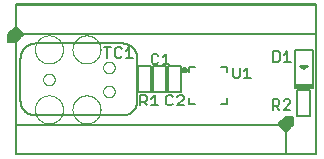
<source format=gto>
G75*
%MOIN*%
%OFA0B0*%
%FSLAX25Y25*%
%IPPOS*%
%LPD*%
%AMOC8*
5,1,8,0,0,1.08239X$1,22.5*
%
%ADD10C,0.00500*%
%ADD11C,0.00600*%
%ADD12C,0.00000*%
%ADD13C,0.00591*%
D10*
X0003750Y0001400D02*
X0003750Y0051400D01*
X0103750Y0051400D01*
X0103750Y0001400D01*
X0003750Y0001400D01*
X0003829Y0001479D02*
X0003829Y0011321D01*
X0093671Y0011321D01*
X0093671Y0001479D01*
X0003829Y0001479D01*
X0010250Y0014400D02*
X0039250Y0014400D01*
X0039390Y0014402D01*
X0039530Y0014408D01*
X0039670Y0014418D01*
X0039810Y0014431D01*
X0039949Y0014449D01*
X0040088Y0014471D01*
X0040225Y0014496D01*
X0040363Y0014525D01*
X0040499Y0014558D01*
X0040634Y0014595D01*
X0040768Y0014636D01*
X0040901Y0014681D01*
X0041033Y0014729D01*
X0041163Y0014781D01*
X0041292Y0014836D01*
X0041419Y0014895D01*
X0041545Y0014958D01*
X0041669Y0015024D01*
X0041790Y0015093D01*
X0041910Y0015166D01*
X0042028Y0015243D01*
X0042143Y0015322D01*
X0042257Y0015405D01*
X0042367Y0015491D01*
X0042476Y0015580D01*
X0042582Y0015672D01*
X0042685Y0015767D01*
X0042786Y0015864D01*
X0042883Y0015965D01*
X0042978Y0016068D01*
X0043070Y0016174D01*
X0043159Y0016283D01*
X0043245Y0016393D01*
X0043328Y0016507D01*
X0043407Y0016622D01*
X0043484Y0016740D01*
X0043557Y0016860D01*
X0043626Y0016981D01*
X0043692Y0017105D01*
X0043755Y0017231D01*
X0043814Y0017358D01*
X0043869Y0017487D01*
X0043921Y0017617D01*
X0043969Y0017749D01*
X0044014Y0017882D01*
X0044055Y0018016D01*
X0044092Y0018151D01*
X0044125Y0018287D01*
X0044154Y0018425D01*
X0044179Y0018562D01*
X0044201Y0018701D01*
X0044219Y0018840D01*
X0044232Y0018980D01*
X0044242Y0019120D01*
X0044248Y0019260D01*
X0044250Y0019400D01*
X0044250Y0033400D01*
X0044248Y0033540D01*
X0044242Y0033680D01*
X0044232Y0033820D01*
X0044219Y0033960D01*
X0044201Y0034099D01*
X0044179Y0034238D01*
X0044154Y0034375D01*
X0044125Y0034513D01*
X0044092Y0034649D01*
X0044055Y0034784D01*
X0044014Y0034918D01*
X0043969Y0035051D01*
X0043921Y0035183D01*
X0043869Y0035313D01*
X0043814Y0035442D01*
X0043755Y0035569D01*
X0043692Y0035695D01*
X0043626Y0035819D01*
X0043557Y0035940D01*
X0043484Y0036060D01*
X0043407Y0036178D01*
X0043328Y0036293D01*
X0043245Y0036407D01*
X0043159Y0036517D01*
X0043070Y0036626D01*
X0042978Y0036732D01*
X0042883Y0036835D01*
X0042786Y0036936D01*
X0042685Y0037033D01*
X0042582Y0037128D01*
X0042476Y0037220D01*
X0042367Y0037309D01*
X0042257Y0037395D01*
X0042143Y0037478D01*
X0042028Y0037557D01*
X0041910Y0037634D01*
X0041790Y0037707D01*
X0041669Y0037776D01*
X0041545Y0037842D01*
X0041419Y0037905D01*
X0041292Y0037964D01*
X0041163Y0038019D01*
X0041033Y0038071D01*
X0040901Y0038119D01*
X0040768Y0038164D01*
X0040634Y0038205D01*
X0040499Y0038242D01*
X0040363Y0038275D01*
X0040225Y0038304D01*
X0040088Y0038329D01*
X0039949Y0038351D01*
X0039810Y0038369D01*
X0039670Y0038382D01*
X0039530Y0038392D01*
X0039390Y0038398D01*
X0039250Y0038400D01*
X0010250Y0038400D01*
X0005632Y0040782D02*
X0001250Y0040782D01*
X0001250Y0040284D02*
X0005134Y0040284D01*
X0004635Y0039785D02*
X0001250Y0039785D01*
X0001250Y0039287D02*
X0004137Y0039287D01*
X0003750Y0038900D02*
X0006250Y0041400D01*
X0003750Y0043900D01*
X0001250Y0041400D01*
X0001250Y0038900D01*
X0003750Y0038900D01*
X0003829Y0041479D02*
X0003829Y0051321D01*
X0103671Y0051321D01*
X0103671Y0041479D01*
X0003829Y0041479D01*
X0005372Y0042278D02*
X0002128Y0042278D01*
X0002626Y0042776D02*
X0004874Y0042776D01*
X0004375Y0043275D02*
X0003125Y0043275D01*
X0003623Y0043773D02*
X0003877Y0043773D01*
X0005871Y0041779D02*
X0001629Y0041779D01*
X0001250Y0041281D02*
X0006131Y0041281D01*
X0005250Y0033400D02*
X0005250Y0019400D01*
X0005252Y0019260D01*
X0005258Y0019120D01*
X0005268Y0018980D01*
X0005281Y0018840D01*
X0005299Y0018701D01*
X0005321Y0018562D01*
X0005346Y0018425D01*
X0005375Y0018287D01*
X0005408Y0018151D01*
X0005445Y0018016D01*
X0005486Y0017882D01*
X0005531Y0017749D01*
X0005579Y0017617D01*
X0005631Y0017487D01*
X0005686Y0017358D01*
X0005745Y0017231D01*
X0005808Y0017105D01*
X0005874Y0016981D01*
X0005943Y0016860D01*
X0006016Y0016740D01*
X0006093Y0016622D01*
X0006172Y0016507D01*
X0006255Y0016393D01*
X0006341Y0016283D01*
X0006430Y0016174D01*
X0006522Y0016068D01*
X0006617Y0015965D01*
X0006714Y0015864D01*
X0006815Y0015767D01*
X0006918Y0015672D01*
X0007024Y0015580D01*
X0007133Y0015491D01*
X0007243Y0015405D01*
X0007357Y0015322D01*
X0007472Y0015243D01*
X0007590Y0015166D01*
X0007710Y0015093D01*
X0007831Y0015024D01*
X0007955Y0014958D01*
X0008081Y0014895D01*
X0008208Y0014836D01*
X0008337Y0014781D01*
X0008467Y0014729D01*
X0008599Y0014681D01*
X0008732Y0014636D01*
X0008866Y0014595D01*
X0009001Y0014558D01*
X0009137Y0014525D01*
X0009275Y0014496D01*
X0009412Y0014471D01*
X0009551Y0014449D01*
X0009690Y0014431D01*
X0009830Y0014418D01*
X0009970Y0014408D01*
X0010110Y0014402D01*
X0010250Y0014400D01*
X0044585Y0022069D02*
X0048915Y0022069D01*
X0048915Y0030731D01*
X0044585Y0030731D01*
X0044585Y0022069D01*
X0049585Y0022069D02*
X0049585Y0030731D01*
X0053915Y0030731D01*
X0053915Y0022069D01*
X0049585Y0022069D01*
X0054585Y0022069D02*
X0054585Y0030731D01*
X0058915Y0030731D01*
X0058915Y0022069D01*
X0054585Y0022069D01*
X0059482Y0028836D02*
X0059672Y0028758D01*
X0059876Y0028731D01*
X0060080Y0028758D01*
X0060270Y0028836D01*
X0060433Y0028961D01*
X0060558Y0029124D01*
X0060637Y0029314D01*
X0060663Y0029518D01*
X0060637Y0029722D01*
X0060558Y0029912D01*
X0060433Y0030075D01*
X0060270Y0030200D01*
X0060080Y0030279D01*
X0059876Y0030306D01*
X0059672Y0030279D01*
X0059482Y0030200D01*
X0059319Y0030075D01*
X0059194Y0029912D01*
X0059115Y0029722D01*
X0059089Y0029518D01*
X0059115Y0029314D01*
X0059194Y0029124D01*
X0059319Y0028961D01*
X0059482Y0028836D01*
X0059526Y0028818D02*
X0060226Y0028818D01*
X0060637Y0029317D02*
X0059115Y0029317D01*
X0059154Y0029815D02*
X0060598Y0029815D01*
X0091250Y0011400D02*
X0093750Y0013900D01*
X0096250Y0013900D01*
X0096250Y0011400D01*
X0093750Y0008900D01*
X0091250Y0011400D01*
X0091280Y0011370D02*
X0096220Y0011370D01*
X0096250Y0011869D02*
X0091719Y0011869D01*
X0092217Y0012367D02*
X0096250Y0012367D01*
X0096250Y0012866D02*
X0092716Y0012866D01*
X0093214Y0013364D02*
X0096250Y0013364D01*
X0096250Y0013863D02*
X0093713Y0013863D01*
X0097585Y0014069D02*
X0101915Y0014069D01*
X0101915Y0022731D01*
X0097585Y0022731D01*
X0097585Y0014069D01*
X0095722Y0010872D02*
X0091778Y0010872D01*
X0092277Y0010373D02*
X0095223Y0010373D01*
X0094725Y0009875D02*
X0092775Y0009875D01*
X0093274Y0009376D02*
X0094226Y0009376D01*
X0096797Y0023707D02*
X0102703Y0023707D01*
X0102703Y0024494D01*
X0096797Y0024494D01*
X0096797Y0023707D01*
X0096797Y0023833D02*
X0102703Y0023833D01*
X0102703Y0024332D02*
X0096797Y0024332D01*
X0096797Y0024494D02*
X0096797Y0036306D01*
X0102703Y0036306D01*
X0102703Y0024494D01*
X0096797Y0024494D01*
X0099750Y0029809D02*
X0100931Y0030991D01*
X0098569Y0030991D01*
X0099750Y0029809D01*
X0099744Y0029815D02*
X0099756Y0029815D01*
X0100254Y0030314D02*
X0099246Y0030314D01*
X0098747Y0030812D02*
X0100753Y0030812D01*
X0010250Y0038400D02*
X0010110Y0038398D01*
X0009970Y0038392D01*
X0009830Y0038382D01*
X0009690Y0038369D01*
X0009551Y0038351D01*
X0009412Y0038329D01*
X0009275Y0038304D01*
X0009137Y0038275D01*
X0009001Y0038242D01*
X0008866Y0038205D01*
X0008732Y0038164D01*
X0008599Y0038119D01*
X0008467Y0038071D01*
X0008337Y0038019D01*
X0008208Y0037964D01*
X0008081Y0037905D01*
X0007955Y0037842D01*
X0007831Y0037776D01*
X0007710Y0037707D01*
X0007590Y0037634D01*
X0007472Y0037557D01*
X0007357Y0037478D01*
X0007243Y0037395D01*
X0007133Y0037309D01*
X0007024Y0037220D01*
X0006918Y0037128D01*
X0006815Y0037033D01*
X0006714Y0036936D01*
X0006617Y0036835D01*
X0006522Y0036732D01*
X0006430Y0036626D01*
X0006341Y0036517D01*
X0006255Y0036407D01*
X0006172Y0036293D01*
X0006093Y0036178D01*
X0006016Y0036060D01*
X0005943Y0035940D01*
X0005874Y0035819D01*
X0005808Y0035695D01*
X0005745Y0035569D01*
X0005686Y0035442D01*
X0005631Y0035313D01*
X0005579Y0035183D01*
X0005531Y0035051D01*
X0005486Y0034918D01*
X0005445Y0034784D01*
X0005408Y0034649D01*
X0005375Y0034513D01*
X0005346Y0034375D01*
X0005321Y0034238D01*
X0005299Y0034099D01*
X0005281Y0033960D01*
X0005268Y0033820D01*
X0005258Y0033680D01*
X0005252Y0033540D01*
X0005250Y0033400D01*
D11*
X0033025Y0037103D02*
X0035294Y0037103D01*
X0034160Y0037103D02*
X0034160Y0033700D01*
X0036708Y0034267D02*
X0037276Y0033700D01*
X0038410Y0033700D01*
X0038977Y0034267D01*
X0040392Y0033700D02*
X0042660Y0033700D01*
X0041526Y0033700D02*
X0041526Y0037103D01*
X0040392Y0035969D01*
X0038977Y0036536D02*
X0038410Y0037103D01*
X0037276Y0037103D01*
X0036708Y0036536D01*
X0036708Y0034267D01*
X0048969Y0034366D02*
X0048969Y0032098D01*
X0049536Y0031531D01*
X0050671Y0031531D01*
X0051238Y0032098D01*
X0052652Y0031531D02*
X0054921Y0031531D01*
X0053787Y0031531D02*
X0053787Y0034934D01*
X0052652Y0033799D01*
X0051238Y0034366D02*
X0050671Y0034934D01*
X0049536Y0034934D01*
X0048969Y0034366D01*
X0050037Y0021184D02*
X0050037Y0017781D01*
X0051171Y0017781D02*
X0048902Y0017781D01*
X0047488Y0017781D02*
X0046354Y0018915D01*
X0046921Y0018915D02*
X0047488Y0019482D01*
X0047488Y0020616D01*
X0046921Y0021184D01*
X0045219Y0021184D01*
X0045219Y0017781D01*
X0045219Y0018915D02*
X0046921Y0018915D01*
X0048902Y0020049D02*
X0050037Y0021184D01*
X0053719Y0020616D02*
X0053719Y0018348D01*
X0054286Y0017781D01*
X0055421Y0017781D01*
X0055988Y0018348D01*
X0057402Y0017781D02*
X0059671Y0020049D01*
X0059671Y0020616D01*
X0059104Y0021184D01*
X0057970Y0021184D01*
X0057402Y0020616D01*
X0055988Y0020616D02*
X0055421Y0021184D01*
X0054286Y0021184D01*
X0053719Y0020616D01*
X0057402Y0017781D02*
X0059671Y0017781D01*
X0076099Y0027497D02*
X0076666Y0026930D01*
X0077801Y0026930D01*
X0078368Y0027497D01*
X0078368Y0030333D01*
X0079782Y0029199D02*
X0080917Y0030333D01*
X0080917Y0026930D01*
X0082051Y0026930D02*
X0079782Y0026930D01*
X0076099Y0027497D02*
X0076099Y0030333D01*
X0089377Y0032369D02*
X0091078Y0032369D01*
X0091645Y0032936D01*
X0091645Y0035205D01*
X0091078Y0035772D01*
X0089377Y0035772D01*
X0089377Y0032369D01*
X0093060Y0032369D02*
X0095328Y0032369D01*
X0094194Y0032369D02*
X0094194Y0035772D01*
X0093060Y0034638D01*
X0093515Y0019772D02*
X0092948Y0019205D01*
X0093515Y0019772D02*
X0094649Y0019772D01*
X0095216Y0019205D01*
X0095216Y0018638D01*
X0092948Y0016369D01*
X0095216Y0016369D01*
X0091533Y0016369D02*
X0090399Y0017504D01*
X0090966Y0017504D02*
X0091533Y0018071D01*
X0091533Y0019205D01*
X0090966Y0019772D01*
X0089264Y0019772D01*
X0089264Y0016369D01*
X0089264Y0017504D02*
X0090966Y0017504D01*
D12*
X0032800Y0022400D02*
X0032802Y0022488D01*
X0032808Y0022576D01*
X0032818Y0022664D01*
X0032832Y0022751D01*
X0032850Y0022837D01*
X0032871Y0022922D01*
X0032897Y0023007D01*
X0032926Y0023090D01*
X0032959Y0023172D01*
X0032996Y0023252D01*
X0033036Y0023330D01*
X0033080Y0023407D01*
X0033127Y0023481D01*
X0033178Y0023553D01*
X0033231Y0023623D01*
X0033288Y0023691D01*
X0033348Y0023755D01*
X0033411Y0023817D01*
X0033476Y0023876D01*
X0033544Y0023932D01*
X0033615Y0023985D01*
X0033687Y0024035D01*
X0033762Y0024081D01*
X0033839Y0024124D01*
X0033918Y0024164D01*
X0033999Y0024199D01*
X0034081Y0024232D01*
X0034164Y0024260D01*
X0034249Y0024285D01*
X0034335Y0024305D01*
X0034421Y0024322D01*
X0034508Y0024335D01*
X0034596Y0024344D01*
X0034684Y0024349D01*
X0034772Y0024350D01*
X0034860Y0024347D01*
X0034948Y0024340D01*
X0035035Y0024329D01*
X0035122Y0024314D01*
X0035208Y0024295D01*
X0035294Y0024273D01*
X0035378Y0024246D01*
X0035460Y0024216D01*
X0035542Y0024182D01*
X0035622Y0024144D01*
X0035699Y0024103D01*
X0035775Y0024059D01*
X0035849Y0024011D01*
X0035921Y0023959D01*
X0035990Y0023905D01*
X0036057Y0023847D01*
X0036121Y0023787D01*
X0036182Y0023723D01*
X0036241Y0023657D01*
X0036296Y0023589D01*
X0036348Y0023517D01*
X0036397Y0023444D01*
X0036442Y0023369D01*
X0036484Y0023291D01*
X0036523Y0023212D01*
X0036558Y0023131D01*
X0036589Y0023048D01*
X0036616Y0022965D01*
X0036640Y0022880D01*
X0036660Y0022794D01*
X0036676Y0022707D01*
X0036688Y0022620D01*
X0036696Y0022532D01*
X0036700Y0022444D01*
X0036700Y0022356D01*
X0036696Y0022268D01*
X0036688Y0022180D01*
X0036676Y0022093D01*
X0036660Y0022006D01*
X0036640Y0021920D01*
X0036616Y0021835D01*
X0036589Y0021752D01*
X0036558Y0021669D01*
X0036523Y0021588D01*
X0036484Y0021509D01*
X0036442Y0021431D01*
X0036397Y0021356D01*
X0036348Y0021283D01*
X0036296Y0021211D01*
X0036241Y0021143D01*
X0036182Y0021077D01*
X0036121Y0021013D01*
X0036057Y0020953D01*
X0035990Y0020895D01*
X0035921Y0020841D01*
X0035849Y0020789D01*
X0035775Y0020741D01*
X0035699Y0020697D01*
X0035622Y0020656D01*
X0035542Y0020618D01*
X0035460Y0020584D01*
X0035378Y0020554D01*
X0035294Y0020527D01*
X0035208Y0020505D01*
X0035122Y0020486D01*
X0035035Y0020471D01*
X0034948Y0020460D01*
X0034860Y0020453D01*
X0034772Y0020450D01*
X0034684Y0020451D01*
X0034596Y0020456D01*
X0034508Y0020465D01*
X0034421Y0020478D01*
X0034335Y0020495D01*
X0034249Y0020515D01*
X0034164Y0020540D01*
X0034081Y0020568D01*
X0033999Y0020601D01*
X0033918Y0020636D01*
X0033839Y0020676D01*
X0033762Y0020719D01*
X0033687Y0020765D01*
X0033615Y0020815D01*
X0033544Y0020868D01*
X0033476Y0020924D01*
X0033411Y0020983D01*
X0033348Y0021045D01*
X0033288Y0021109D01*
X0033231Y0021177D01*
X0033178Y0021247D01*
X0033127Y0021319D01*
X0033080Y0021393D01*
X0033036Y0021470D01*
X0032996Y0021548D01*
X0032959Y0021628D01*
X0032926Y0021710D01*
X0032897Y0021793D01*
X0032871Y0021878D01*
X0032850Y0021963D01*
X0032832Y0022049D01*
X0032818Y0022136D01*
X0032808Y0022224D01*
X0032802Y0022312D01*
X0032800Y0022400D01*
X0022575Y0016400D02*
X0022577Y0016537D01*
X0022583Y0016673D01*
X0022593Y0016809D01*
X0022607Y0016945D01*
X0022625Y0017081D01*
X0022647Y0017216D01*
X0022672Y0017350D01*
X0022702Y0017483D01*
X0022736Y0017615D01*
X0022773Y0017747D01*
X0022814Y0017877D01*
X0022860Y0018006D01*
X0022908Y0018134D01*
X0022961Y0018260D01*
X0023017Y0018384D01*
X0023077Y0018507D01*
X0023140Y0018628D01*
X0023207Y0018747D01*
X0023277Y0018864D01*
X0023351Y0018980D01*
X0023428Y0019092D01*
X0023508Y0019203D01*
X0023592Y0019311D01*
X0023679Y0019417D01*
X0023768Y0019520D01*
X0023861Y0019620D01*
X0023956Y0019718D01*
X0024055Y0019813D01*
X0024156Y0019905D01*
X0024260Y0019993D01*
X0024366Y0020079D01*
X0024475Y0020162D01*
X0024586Y0020241D01*
X0024699Y0020318D01*
X0024815Y0020391D01*
X0024932Y0020460D01*
X0025052Y0020526D01*
X0025173Y0020588D01*
X0025297Y0020647D01*
X0025422Y0020703D01*
X0025548Y0020754D01*
X0025676Y0020802D01*
X0025805Y0020846D01*
X0025936Y0020887D01*
X0026068Y0020923D01*
X0026200Y0020956D01*
X0026334Y0020984D01*
X0026468Y0021009D01*
X0026603Y0021030D01*
X0026739Y0021047D01*
X0026875Y0021060D01*
X0027011Y0021069D01*
X0027148Y0021074D01*
X0027284Y0021075D01*
X0027421Y0021072D01*
X0027557Y0021065D01*
X0027693Y0021054D01*
X0027829Y0021039D01*
X0027964Y0021020D01*
X0028099Y0020997D01*
X0028233Y0020970D01*
X0028366Y0020940D01*
X0028498Y0020905D01*
X0028630Y0020867D01*
X0028759Y0020825D01*
X0028888Y0020779D01*
X0029015Y0020729D01*
X0029141Y0020675D01*
X0029265Y0020618D01*
X0029388Y0020558D01*
X0029508Y0020493D01*
X0029627Y0020426D01*
X0029743Y0020355D01*
X0029858Y0020280D01*
X0029970Y0020202D01*
X0030080Y0020121D01*
X0030188Y0020037D01*
X0030293Y0019949D01*
X0030395Y0019859D01*
X0030495Y0019766D01*
X0030592Y0019669D01*
X0030686Y0019570D01*
X0030777Y0019469D01*
X0030865Y0019364D01*
X0030950Y0019257D01*
X0031032Y0019148D01*
X0031111Y0019036D01*
X0031186Y0018922D01*
X0031258Y0018806D01*
X0031327Y0018688D01*
X0031392Y0018568D01*
X0031454Y0018446D01*
X0031512Y0018322D01*
X0031566Y0018197D01*
X0031617Y0018070D01*
X0031663Y0017942D01*
X0031707Y0017812D01*
X0031746Y0017681D01*
X0031782Y0017549D01*
X0031813Y0017416D01*
X0031841Y0017283D01*
X0031865Y0017148D01*
X0031885Y0017013D01*
X0031901Y0016877D01*
X0031913Y0016741D01*
X0031921Y0016605D01*
X0031925Y0016468D01*
X0031925Y0016332D01*
X0031921Y0016195D01*
X0031913Y0016059D01*
X0031901Y0015923D01*
X0031885Y0015787D01*
X0031865Y0015652D01*
X0031841Y0015517D01*
X0031813Y0015384D01*
X0031782Y0015251D01*
X0031746Y0015119D01*
X0031707Y0014988D01*
X0031663Y0014858D01*
X0031617Y0014730D01*
X0031566Y0014603D01*
X0031512Y0014478D01*
X0031454Y0014354D01*
X0031392Y0014232D01*
X0031327Y0014112D01*
X0031258Y0013994D01*
X0031186Y0013878D01*
X0031111Y0013764D01*
X0031032Y0013652D01*
X0030950Y0013543D01*
X0030865Y0013436D01*
X0030777Y0013331D01*
X0030686Y0013230D01*
X0030592Y0013131D01*
X0030495Y0013034D01*
X0030395Y0012941D01*
X0030293Y0012851D01*
X0030188Y0012763D01*
X0030080Y0012679D01*
X0029970Y0012598D01*
X0029858Y0012520D01*
X0029743Y0012445D01*
X0029627Y0012374D01*
X0029508Y0012307D01*
X0029388Y0012242D01*
X0029265Y0012182D01*
X0029141Y0012125D01*
X0029015Y0012071D01*
X0028888Y0012021D01*
X0028759Y0011975D01*
X0028630Y0011933D01*
X0028498Y0011895D01*
X0028366Y0011860D01*
X0028233Y0011830D01*
X0028099Y0011803D01*
X0027964Y0011780D01*
X0027829Y0011761D01*
X0027693Y0011746D01*
X0027557Y0011735D01*
X0027421Y0011728D01*
X0027284Y0011725D01*
X0027148Y0011726D01*
X0027011Y0011731D01*
X0026875Y0011740D01*
X0026739Y0011753D01*
X0026603Y0011770D01*
X0026468Y0011791D01*
X0026334Y0011816D01*
X0026200Y0011844D01*
X0026068Y0011877D01*
X0025936Y0011913D01*
X0025805Y0011954D01*
X0025676Y0011998D01*
X0025548Y0012046D01*
X0025422Y0012097D01*
X0025297Y0012153D01*
X0025173Y0012212D01*
X0025052Y0012274D01*
X0024932Y0012340D01*
X0024815Y0012409D01*
X0024699Y0012482D01*
X0024586Y0012559D01*
X0024475Y0012638D01*
X0024366Y0012721D01*
X0024260Y0012807D01*
X0024156Y0012895D01*
X0024055Y0012987D01*
X0023956Y0013082D01*
X0023861Y0013180D01*
X0023768Y0013280D01*
X0023679Y0013383D01*
X0023592Y0013489D01*
X0023508Y0013597D01*
X0023428Y0013708D01*
X0023351Y0013820D01*
X0023277Y0013936D01*
X0023207Y0014053D01*
X0023140Y0014172D01*
X0023077Y0014293D01*
X0023017Y0014416D01*
X0022961Y0014540D01*
X0022908Y0014666D01*
X0022860Y0014794D01*
X0022814Y0014923D01*
X0022773Y0015053D01*
X0022736Y0015185D01*
X0022702Y0015317D01*
X0022672Y0015450D01*
X0022647Y0015584D01*
X0022625Y0015719D01*
X0022607Y0015855D01*
X0022593Y0015991D01*
X0022583Y0016127D01*
X0022577Y0016263D01*
X0022575Y0016400D01*
X0010075Y0016400D02*
X0010077Y0016537D01*
X0010083Y0016673D01*
X0010093Y0016809D01*
X0010107Y0016945D01*
X0010125Y0017081D01*
X0010147Y0017216D01*
X0010172Y0017350D01*
X0010202Y0017483D01*
X0010236Y0017615D01*
X0010273Y0017747D01*
X0010314Y0017877D01*
X0010360Y0018006D01*
X0010408Y0018134D01*
X0010461Y0018260D01*
X0010517Y0018384D01*
X0010577Y0018507D01*
X0010640Y0018628D01*
X0010707Y0018747D01*
X0010777Y0018864D01*
X0010851Y0018980D01*
X0010928Y0019092D01*
X0011008Y0019203D01*
X0011092Y0019311D01*
X0011179Y0019417D01*
X0011268Y0019520D01*
X0011361Y0019620D01*
X0011456Y0019718D01*
X0011555Y0019813D01*
X0011656Y0019905D01*
X0011760Y0019993D01*
X0011866Y0020079D01*
X0011975Y0020162D01*
X0012086Y0020241D01*
X0012199Y0020318D01*
X0012315Y0020391D01*
X0012432Y0020460D01*
X0012552Y0020526D01*
X0012673Y0020588D01*
X0012797Y0020647D01*
X0012922Y0020703D01*
X0013048Y0020754D01*
X0013176Y0020802D01*
X0013305Y0020846D01*
X0013436Y0020887D01*
X0013568Y0020923D01*
X0013700Y0020956D01*
X0013834Y0020984D01*
X0013968Y0021009D01*
X0014103Y0021030D01*
X0014239Y0021047D01*
X0014375Y0021060D01*
X0014511Y0021069D01*
X0014648Y0021074D01*
X0014784Y0021075D01*
X0014921Y0021072D01*
X0015057Y0021065D01*
X0015193Y0021054D01*
X0015329Y0021039D01*
X0015464Y0021020D01*
X0015599Y0020997D01*
X0015733Y0020970D01*
X0015866Y0020940D01*
X0015998Y0020905D01*
X0016130Y0020867D01*
X0016259Y0020825D01*
X0016388Y0020779D01*
X0016515Y0020729D01*
X0016641Y0020675D01*
X0016765Y0020618D01*
X0016888Y0020558D01*
X0017008Y0020493D01*
X0017127Y0020426D01*
X0017243Y0020355D01*
X0017358Y0020280D01*
X0017470Y0020202D01*
X0017580Y0020121D01*
X0017688Y0020037D01*
X0017793Y0019949D01*
X0017895Y0019859D01*
X0017995Y0019766D01*
X0018092Y0019669D01*
X0018186Y0019570D01*
X0018277Y0019469D01*
X0018365Y0019364D01*
X0018450Y0019257D01*
X0018532Y0019148D01*
X0018611Y0019036D01*
X0018686Y0018922D01*
X0018758Y0018806D01*
X0018827Y0018688D01*
X0018892Y0018568D01*
X0018954Y0018446D01*
X0019012Y0018322D01*
X0019066Y0018197D01*
X0019117Y0018070D01*
X0019163Y0017942D01*
X0019207Y0017812D01*
X0019246Y0017681D01*
X0019282Y0017549D01*
X0019313Y0017416D01*
X0019341Y0017283D01*
X0019365Y0017148D01*
X0019385Y0017013D01*
X0019401Y0016877D01*
X0019413Y0016741D01*
X0019421Y0016605D01*
X0019425Y0016468D01*
X0019425Y0016332D01*
X0019421Y0016195D01*
X0019413Y0016059D01*
X0019401Y0015923D01*
X0019385Y0015787D01*
X0019365Y0015652D01*
X0019341Y0015517D01*
X0019313Y0015384D01*
X0019282Y0015251D01*
X0019246Y0015119D01*
X0019207Y0014988D01*
X0019163Y0014858D01*
X0019117Y0014730D01*
X0019066Y0014603D01*
X0019012Y0014478D01*
X0018954Y0014354D01*
X0018892Y0014232D01*
X0018827Y0014112D01*
X0018758Y0013994D01*
X0018686Y0013878D01*
X0018611Y0013764D01*
X0018532Y0013652D01*
X0018450Y0013543D01*
X0018365Y0013436D01*
X0018277Y0013331D01*
X0018186Y0013230D01*
X0018092Y0013131D01*
X0017995Y0013034D01*
X0017895Y0012941D01*
X0017793Y0012851D01*
X0017688Y0012763D01*
X0017580Y0012679D01*
X0017470Y0012598D01*
X0017358Y0012520D01*
X0017243Y0012445D01*
X0017127Y0012374D01*
X0017008Y0012307D01*
X0016888Y0012242D01*
X0016765Y0012182D01*
X0016641Y0012125D01*
X0016515Y0012071D01*
X0016388Y0012021D01*
X0016259Y0011975D01*
X0016130Y0011933D01*
X0015998Y0011895D01*
X0015866Y0011860D01*
X0015733Y0011830D01*
X0015599Y0011803D01*
X0015464Y0011780D01*
X0015329Y0011761D01*
X0015193Y0011746D01*
X0015057Y0011735D01*
X0014921Y0011728D01*
X0014784Y0011725D01*
X0014648Y0011726D01*
X0014511Y0011731D01*
X0014375Y0011740D01*
X0014239Y0011753D01*
X0014103Y0011770D01*
X0013968Y0011791D01*
X0013834Y0011816D01*
X0013700Y0011844D01*
X0013568Y0011877D01*
X0013436Y0011913D01*
X0013305Y0011954D01*
X0013176Y0011998D01*
X0013048Y0012046D01*
X0012922Y0012097D01*
X0012797Y0012153D01*
X0012673Y0012212D01*
X0012552Y0012274D01*
X0012432Y0012340D01*
X0012315Y0012409D01*
X0012199Y0012482D01*
X0012086Y0012559D01*
X0011975Y0012638D01*
X0011866Y0012721D01*
X0011760Y0012807D01*
X0011656Y0012895D01*
X0011555Y0012987D01*
X0011456Y0013082D01*
X0011361Y0013180D01*
X0011268Y0013280D01*
X0011179Y0013383D01*
X0011092Y0013489D01*
X0011008Y0013597D01*
X0010928Y0013708D01*
X0010851Y0013820D01*
X0010777Y0013936D01*
X0010707Y0014053D01*
X0010640Y0014172D01*
X0010577Y0014293D01*
X0010517Y0014416D01*
X0010461Y0014540D01*
X0010408Y0014666D01*
X0010360Y0014794D01*
X0010314Y0014923D01*
X0010273Y0015053D01*
X0010236Y0015185D01*
X0010202Y0015317D01*
X0010172Y0015450D01*
X0010147Y0015584D01*
X0010125Y0015719D01*
X0010107Y0015855D01*
X0010093Y0015991D01*
X0010083Y0016127D01*
X0010077Y0016263D01*
X0010075Y0016400D01*
X0012800Y0026400D02*
X0012802Y0026488D01*
X0012808Y0026576D01*
X0012818Y0026664D01*
X0012832Y0026751D01*
X0012850Y0026837D01*
X0012871Y0026922D01*
X0012897Y0027007D01*
X0012926Y0027090D01*
X0012959Y0027172D01*
X0012996Y0027252D01*
X0013036Y0027330D01*
X0013080Y0027407D01*
X0013127Y0027481D01*
X0013178Y0027553D01*
X0013231Y0027623D01*
X0013288Y0027691D01*
X0013348Y0027755D01*
X0013411Y0027817D01*
X0013476Y0027876D01*
X0013544Y0027932D01*
X0013615Y0027985D01*
X0013687Y0028035D01*
X0013762Y0028081D01*
X0013839Y0028124D01*
X0013918Y0028164D01*
X0013999Y0028199D01*
X0014081Y0028232D01*
X0014164Y0028260D01*
X0014249Y0028285D01*
X0014335Y0028305D01*
X0014421Y0028322D01*
X0014508Y0028335D01*
X0014596Y0028344D01*
X0014684Y0028349D01*
X0014772Y0028350D01*
X0014860Y0028347D01*
X0014948Y0028340D01*
X0015035Y0028329D01*
X0015122Y0028314D01*
X0015208Y0028295D01*
X0015294Y0028273D01*
X0015378Y0028246D01*
X0015460Y0028216D01*
X0015542Y0028182D01*
X0015622Y0028144D01*
X0015699Y0028103D01*
X0015775Y0028059D01*
X0015849Y0028011D01*
X0015921Y0027959D01*
X0015990Y0027905D01*
X0016057Y0027847D01*
X0016121Y0027787D01*
X0016182Y0027723D01*
X0016241Y0027657D01*
X0016296Y0027589D01*
X0016348Y0027517D01*
X0016397Y0027444D01*
X0016442Y0027369D01*
X0016484Y0027291D01*
X0016523Y0027212D01*
X0016558Y0027131D01*
X0016589Y0027048D01*
X0016616Y0026965D01*
X0016640Y0026880D01*
X0016660Y0026794D01*
X0016676Y0026707D01*
X0016688Y0026620D01*
X0016696Y0026532D01*
X0016700Y0026444D01*
X0016700Y0026356D01*
X0016696Y0026268D01*
X0016688Y0026180D01*
X0016676Y0026093D01*
X0016660Y0026006D01*
X0016640Y0025920D01*
X0016616Y0025835D01*
X0016589Y0025752D01*
X0016558Y0025669D01*
X0016523Y0025588D01*
X0016484Y0025509D01*
X0016442Y0025431D01*
X0016397Y0025356D01*
X0016348Y0025283D01*
X0016296Y0025211D01*
X0016241Y0025143D01*
X0016182Y0025077D01*
X0016121Y0025013D01*
X0016057Y0024953D01*
X0015990Y0024895D01*
X0015921Y0024841D01*
X0015849Y0024789D01*
X0015775Y0024741D01*
X0015699Y0024697D01*
X0015622Y0024656D01*
X0015542Y0024618D01*
X0015460Y0024584D01*
X0015378Y0024554D01*
X0015294Y0024527D01*
X0015208Y0024505D01*
X0015122Y0024486D01*
X0015035Y0024471D01*
X0014948Y0024460D01*
X0014860Y0024453D01*
X0014772Y0024450D01*
X0014684Y0024451D01*
X0014596Y0024456D01*
X0014508Y0024465D01*
X0014421Y0024478D01*
X0014335Y0024495D01*
X0014249Y0024515D01*
X0014164Y0024540D01*
X0014081Y0024568D01*
X0013999Y0024601D01*
X0013918Y0024636D01*
X0013839Y0024676D01*
X0013762Y0024719D01*
X0013687Y0024765D01*
X0013615Y0024815D01*
X0013544Y0024868D01*
X0013476Y0024924D01*
X0013411Y0024983D01*
X0013348Y0025045D01*
X0013288Y0025109D01*
X0013231Y0025177D01*
X0013178Y0025247D01*
X0013127Y0025319D01*
X0013080Y0025393D01*
X0013036Y0025470D01*
X0012996Y0025548D01*
X0012959Y0025628D01*
X0012926Y0025710D01*
X0012897Y0025793D01*
X0012871Y0025878D01*
X0012850Y0025963D01*
X0012832Y0026049D01*
X0012818Y0026136D01*
X0012808Y0026224D01*
X0012802Y0026312D01*
X0012800Y0026400D01*
X0010075Y0036400D02*
X0010077Y0036537D01*
X0010083Y0036673D01*
X0010093Y0036809D01*
X0010107Y0036945D01*
X0010125Y0037081D01*
X0010147Y0037216D01*
X0010172Y0037350D01*
X0010202Y0037483D01*
X0010236Y0037615D01*
X0010273Y0037747D01*
X0010314Y0037877D01*
X0010360Y0038006D01*
X0010408Y0038134D01*
X0010461Y0038260D01*
X0010517Y0038384D01*
X0010577Y0038507D01*
X0010640Y0038628D01*
X0010707Y0038747D01*
X0010777Y0038864D01*
X0010851Y0038980D01*
X0010928Y0039092D01*
X0011008Y0039203D01*
X0011092Y0039311D01*
X0011179Y0039417D01*
X0011268Y0039520D01*
X0011361Y0039620D01*
X0011456Y0039718D01*
X0011555Y0039813D01*
X0011656Y0039905D01*
X0011760Y0039993D01*
X0011866Y0040079D01*
X0011975Y0040162D01*
X0012086Y0040241D01*
X0012199Y0040318D01*
X0012315Y0040391D01*
X0012432Y0040460D01*
X0012552Y0040526D01*
X0012673Y0040588D01*
X0012797Y0040647D01*
X0012922Y0040703D01*
X0013048Y0040754D01*
X0013176Y0040802D01*
X0013305Y0040846D01*
X0013436Y0040887D01*
X0013568Y0040923D01*
X0013700Y0040956D01*
X0013834Y0040984D01*
X0013968Y0041009D01*
X0014103Y0041030D01*
X0014239Y0041047D01*
X0014375Y0041060D01*
X0014511Y0041069D01*
X0014648Y0041074D01*
X0014784Y0041075D01*
X0014921Y0041072D01*
X0015057Y0041065D01*
X0015193Y0041054D01*
X0015329Y0041039D01*
X0015464Y0041020D01*
X0015599Y0040997D01*
X0015733Y0040970D01*
X0015866Y0040940D01*
X0015998Y0040905D01*
X0016130Y0040867D01*
X0016259Y0040825D01*
X0016388Y0040779D01*
X0016515Y0040729D01*
X0016641Y0040675D01*
X0016765Y0040618D01*
X0016888Y0040558D01*
X0017008Y0040493D01*
X0017127Y0040426D01*
X0017243Y0040355D01*
X0017358Y0040280D01*
X0017470Y0040202D01*
X0017580Y0040121D01*
X0017688Y0040037D01*
X0017793Y0039949D01*
X0017895Y0039859D01*
X0017995Y0039766D01*
X0018092Y0039669D01*
X0018186Y0039570D01*
X0018277Y0039469D01*
X0018365Y0039364D01*
X0018450Y0039257D01*
X0018532Y0039148D01*
X0018611Y0039036D01*
X0018686Y0038922D01*
X0018758Y0038806D01*
X0018827Y0038688D01*
X0018892Y0038568D01*
X0018954Y0038446D01*
X0019012Y0038322D01*
X0019066Y0038197D01*
X0019117Y0038070D01*
X0019163Y0037942D01*
X0019207Y0037812D01*
X0019246Y0037681D01*
X0019282Y0037549D01*
X0019313Y0037416D01*
X0019341Y0037283D01*
X0019365Y0037148D01*
X0019385Y0037013D01*
X0019401Y0036877D01*
X0019413Y0036741D01*
X0019421Y0036605D01*
X0019425Y0036468D01*
X0019425Y0036332D01*
X0019421Y0036195D01*
X0019413Y0036059D01*
X0019401Y0035923D01*
X0019385Y0035787D01*
X0019365Y0035652D01*
X0019341Y0035517D01*
X0019313Y0035384D01*
X0019282Y0035251D01*
X0019246Y0035119D01*
X0019207Y0034988D01*
X0019163Y0034858D01*
X0019117Y0034730D01*
X0019066Y0034603D01*
X0019012Y0034478D01*
X0018954Y0034354D01*
X0018892Y0034232D01*
X0018827Y0034112D01*
X0018758Y0033994D01*
X0018686Y0033878D01*
X0018611Y0033764D01*
X0018532Y0033652D01*
X0018450Y0033543D01*
X0018365Y0033436D01*
X0018277Y0033331D01*
X0018186Y0033230D01*
X0018092Y0033131D01*
X0017995Y0033034D01*
X0017895Y0032941D01*
X0017793Y0032851D01*
X0017688Y0032763D01*
X0017580Y0032679D01*
X0017470Y0032598D01*
X0017358Y0032520D01*
X0017243Y0032445D01*
X0017127Y0032374D01*
X0017008Y0032307D01*
X0016888Y0032242D01*
X0016765Y0032182D01*
X0016641Y0032125D01*
X0016515Y0032071D01*
X0016388Y0032021D01*
X0016259Y0031975D01*
X0016130Y0031933D01*
X0015998Y0031895D01*
X0015866Y0031860D01*
X0015733Y0031830D01*
X0015599Y0031803D01*
X0015464Y0031780D01*
X0015329Y0031761D01*
X0015193Y0031746D01*
X0015057Y0031735D01*
X0014921Y0031728D01*
X0014784Y0031725D01*
X0014648Y0031726D01*
X0014511Y0031731D01*
X0014375Y0031740D01*
X0014239Y0031753D01*
X0014103Y0031770D01*
X0013968Y0031791D01*
X0013834Y0031816D01*
X0013700Y0031844D01*
X0013568Y0031877D01*
X0013436Y0031913D01*
X0013305Y0031954D01*
X0013176Y0031998D01*
X0013048Y0032046D01*
X0012922Y0032097D01*
X0012797Y0032153D01*
X0012673Y0032212D01*
X0012552Y0032274D01*
X0012432Y0032340D01*
X0012315Y0032409D01*
X0012199Y0032482D01*
X0012086Y0032559D01*
X0011975Y0032638D01*
X0011866Y0032721D01*
X0011760Y0032807D01*
X0011656Y0032895D01*
X0011555Y0032987D01*
X0011456Y0033082D01*
X0011361Y0033180D01*
X0011268Y0033280D01*
X0011179Y0033383D01*
X0011092Y0033489D01*
X0011008Y0033597D01*
X0010928Y0033708D01*
X0010851Y0033820D01*
X0010777Y0033936D01*
X0010707Y0034053D01*
X0010640Y0034172D01*
X0010577Y0034293D01*
X0010517Y0034416D01*
X0010461Y0034540D01*
X0010408Y0034666D01*
X0010360Y0034794D01*
X0010314Y0034923D01*
X0010273Y0035053D01*
X0010236Y0035185D01*
X0010202Y0035317D01*
X0010172Y0035450D01*
X0010147Y0035584D01*
X0010125Y0035719D01*
X0010107Y0035855D01*
X0010093Y0035991D01*
X0010083Y0036127D01*
X0010077Y0036263D01*
X0010075Y0036400D01*
X0022575Y0036400D02*
X0022577Y0036537D01*
X0022583Y0036673D01*
X0022593Y0036809D01*
X0022607Y0036945D01*
X0022625Y0037081D01*
X0022647Y0037216D01*
X0022672Y0037350D01*
X0022702Y0037483D01*
X0022736Y0037615D01*
X0022773Y0037747D01*
X0022814Y0037877D01*
X0022860Y0038006D01*
X0022908Y0038134D01*
X0022961Y0038260D01*
X0023017Y0038384D01*
X0023077Y0038507D01*
X0023140Y0038628D01*
X0023207Y0038747D01*
X0023277Y0038864D01*
X0023351Y0038980D01*
X0023428Y0039092D01*
X0023508Y0039203D01*
X0023592Y0039311D01*
X0023679Y0039417D01*
X0023768Y0039520D01*
X0023861Y0039620D01*
X0023956Y0039718D01*
X0024055Y0039813D01*
X0024156Y0039905D01*
X0024260Y0039993D01*
X0024366Y0040079D01*
X0024475Y0040162D01*
X0024586Y0040241D01*
X0024699Y0040318D01*
X0024815Y0040391D01*
X0024932Y0040460D01*
X0025052Y0040526D01*
X0025173Y0040588D01*
X0025297Y0040647D01*
X0025422Y0040703D01*
X0025548Y0040754D01*
X0025676Y0040802D01*
X0025805Y0040846D01*
X0025936Y0040887D01*
X0026068Y0040923D01*
X0026200Y0040956D01*
X0026334Y0040984D01*
X0026468Y0041009D01*
X0026603Y0041030D01*
X0026739Y0041047D01*
X0026875Y0041060D01*
X0027011Y0041069D01*
X0027148Y0041074D01*
X0027284Y0041075D01*
X0027421Y0041072D01*
X0027557Y0041065D01*
X0027693Y0041054D01*
X0027829Y0041039D01*
X0027964Y0041020D01*
X0028099Y0040997D01*
X0028233Y0040970D01*
X0028366Y0040940D01*
X0028498Y0040905D01*
X0028630Y0040867D01*
X0028759Y0040825D01*
X0028888Y0040779D01*
X0029015Y0040729D01*
X0029141Y0040675D01*
X0029265Y0040618D01*
X0029388Y0040558D01*
X0029508Y0040493D01*
X0029627Y0040426D01*
X0029743Y0040355D01*
X0029858Y0040280D01*
X0029970Y0040202D01*
X0030080Y0040121D01*
X0030188Y0040037D01*
X0030293Y0039949D01*
X0030395Y0039859D01*
X0030495Y0039766D01*
X0030592Y0039669D01*
X0030686Y0039570D01*
X0030777Y0039469D01*
X0030865Y0039364D01*
X0030950Y0039257D01*
X0031032Y0039148D01*
X0031111Y0039036D01*
X0031186Y0038922D01*
X0031258Y0038806D01*
X0031327Y0038688D01*
X0031392Y0038568D01*
X0031454Y0038446D01*
X0031512Y0038322D01*
X0031566Y0038197D01*
X0031617Y0038070D01*
X0031663Y0037942D01*
X0031707Y0037812D01*
X0031746Y0037681D01*
X0031782Y0037549D01*
X0031813Y0037416D01*
X0031841Y0037283D01*
X0031865Y0037148D01*
X0031885Y0037013D01*
X0031901Y0036877D01*
X0031913Y0036741D01*
X0031921Y0036605D01*
X0031925Y0036468D01*
X0031925Y0036332D01*
X0031921Y0036195D01*
X0031913Y0036059D01*
X0031901Y0035923D01*
X0031885Y0035787D01*
X0031865Y0035652D01*
X0031841Y0035517D01*
X0031813Y0035384D01*
X0031782Y0035251D01*
X0031746Y0035119D01*
X0031707Y0034988D01*
X0031663Y0034858D01*
X0031617Y0034730D01*
X0031566Y0034603D01*
X0031512Y0034478D01*
X0031454Y0034354D01*
X0031392Y0034232D01*
X0031327Y0034112D01*
X0031258Y0033994D01*
X0031186Y0033878D01*
X0031111Y0033764D01*
X0031032Y0033652D01*
X0030950Y0033543D01*
X0030865Y0033436D01*
X0030777Y0033331D01*
X0030686Y0033230D01*
X0030592Y0033131D01*
X0030495Y0033034D01*
X0030395Y0032941D01*
X0030293Y0032851D01*
X0030188Y0032763D01*
X0030080Y0032679D01*
X0029970Y0032598D01*
X0029858Y0032520D01*
X0029743Y0032445D01*
X0029627Y0032374D01*
X0029508Y0032307D01*
X0029388Y0032242D01*
X0029265Y0032182D01*
X0029141Y0032125D01*
X0029015Y0032071D01*
X0028888Y0032021D01*
X0028759Y0031975D01*
X0028630Y0031933D01*
X0028498Y0031895D01*
X0028366Y0031860D01*
X0028233Y0031830D01*
X0028099Y0031803D01*
X0027964Y0031780D01*
X0027829Y0031761D01*
X0027693Y0031746D01*
X0027557Y0031735D01*
X0027421Y0031728D01*
X0027284Y0031725D01*
X0027148Y0031726D01*
X0027011Y0031731D01*
X0026875Y0031740D01*
X0026739Y0031753D01*
X0026603Y0031770D01*
X0026468Y0031791D01*
X0026334Y0031816D01*
X0026200Y0031844D01*
X0026068Y0031877D01*
X0025936Y0031913D01*
X0025805Y0031954D01*
X0025676Y0031998D01*
X0025548Y0032046D01*
X0025422Y0032097D01*
X0025297Y0032153D01*
X0025173Y0032212D01*
X0025052Y0032274D01*
X0024932Y0032340D01*
X0024815Y0032409D01*
X0024699Y0032482D01*
X0024586Y0032559D01*
X0024475Y0032638D01*
X0024366Y0032721D01*
X0024260Y0032807D01*
X0024156Y0032895D01*
X0024055Y0032987D01*
X0023956Y0033082D01*
X0023861Y0033180D01*
X0023768Y0033280D01*
X0023679Y0033383D01*
X0023592Y0033489D01*
X0023508Y0033597D01*
X0023428Y0033708D01*
X0023351Y0033820D01*
X0023277Y0033936D01*
X0023207Y0034053D01*
X0023140Y0034172D01*
X0023077Y0034293D01*
X0023017Y0034416D01*
X0022961Y0034540D01*
X0022908Y0034666D01*
X0022860Y0034794D01*
X0022814Y0034923D01*
X0022773Y0035053D01*
X0022736Y0035185D01*
X0022702Y0035317D01*
X0022672Y0035450D01*
X0022647Y0035584D01*
X0022625Y0035719D01*
X0022607Y0035855D01*
X0022593Y0035991D01*
X0022583Y0036127D01*
X0022577Y0036263D01*
X0022575Y0036400D01*
X0032800Y0030400D02*
X0032802Y0030488D01*
X0032808Y0030576D01*
X0032818Y0030664D01*
X0032832Y0030751D01*
X0032850Y0030837D01*
X0032871Y0030922D01*
X0032897Y0031007D01*
X0032926Y0031090D01*
X0032959Y0031172D01*
X0032996Y0031252D01*
X0033036Y0031330D01*
X0033080Y0031407D01*
X0033127Y0031481D01*
X0033178Y0031553D01*
X0033231Y0031623D01*
X0033288Y0031691D01*
X0033348Y0031755D01*
X0033411Y0031817D01*
X0033476Y0031876D01*
X0033544Y0031932D01*
X0033615Y0031985D01*
X0033687Y0032035D01*
X0033762Y0032081D01*
X0033839Y0032124D01*
X0033918Y0032164D01*
X0033999Y0032199D01*
X0034081Y0032232D01*
X0034164Y0032260D01*
X0034249Y0032285D01*
X0034335Y0032305D01*
X0034421Y0032322D01*
X0034508Y0032335D01*
X0034596Y0032344D01*
X0034684Y0032349D01*
X0034772Y0032350D01*
X0034860Y0032347D01*
X0034948Y0032340D01*
X0035035Y0032329D01*
X0035122Y0032314D01*
X0035208Y0032295D01*
X0035294Y0032273D01*
X0035378Y0032246D01*
X0035460Y0032216D01*
X0035542Y0032182D01*
X0035622Y0032144D01*
X0035699Y0032103D01*
X0035775Y0032059D01*
X0035849Y0032011D01*
X0035921Y0031959D01*
X0035990Y0031905D01*
X0036057Y0031847D01*
X0036121Y0031787D01*
X0036182Y0031723D01*
X0036241Y0031657D01*
X0036296Y0031589D01*
X0036348Y0031517D01*
X0036397Y0031444D01*
X0036442Y0031369D01*
X0036484Y0031291D01*
X0036523Y0031212D01*
X0036558Y0031131D01*
X0036589Y0031048D01*
X0036616Y0030965D01*
X0036640Y0030880D01*
X0036660Y0030794D01*
X0036676Y0030707D01*
X0036688Y0030620D01*
X0036696Y0030532D01*
X0036700Y0030444D01*
X0036700Y0030356D01*
X0036696Y0030268D01*
X0036688Y0030180D01*
X0036676Y0030093D01*
X0036660Y0030006D01*
X0036640Y0029920D01*
X0036616Y0029835D01*
X0036589Y0029752D01*
X0036558Y0029669D01*
X0036523Y0029588D01*
X0036484Y0029509D01*
X0036442Y0029431D01*
X0036397Y0029356D01*
X0036348Y0029283D01*
X0036296Y0029211D01*
X0036241Y0029143D01*
X0036182Y0029077D01*
X0036121Y0029013D01*
X0036057Y0028953D01*
X0035990Y0028895D01*
X0035921Y0028841D01*
X0035849Y0028789D01*
X0035775Y0028741D01*
X0035699Y0028697D01*
X0035622Y0028656D01*
X0035542Y0028618D01*
X0035460Y0028584D01*
X0035378Y0028554D01*
X0035294Y0028527D01*
X0035208Y0028505D01*
X0035122Y0028486D01*
X0035035Y0028471D01*
X0034948Y0028460D01*
X0034860Y0028453D01*
X0034772Y0028450D01*
X0034684Y0028451D01*
X0034596Y0028456D01*
X0034508Y0028465D01*
X0034421Y0028478D01*
X0034335Y0028495D01*
X0034249Y0028515D01*
X0034164Y0028540D01*
X0034081Y0028568D01*
X0033999Y0028601D01*
X0033918Y0028636D01*
X0033839Y0028676D01*
X0033762Y0028719D01*
X0033687Y0028765D01*
X0033615Y0028815D01*
X0033544Y0028868D01*
X0033476Y0028924D01*
X0033411Y0028983D01*
X0033348Y0029045D01*
X0033288Y0029109D01*
X0033231Y0029177D01*
X0033178Y0029247D01*
X0033127Y0029319D01*
X0033080Y0029393D01*
X0033036Y0029470D01*
X0032996Y0029548D01*
X0032959Y0029628D01*
X0032926Y0029710D01*
X0032897Y0029793D01*
X0032871Y0029878D01*
X0032850Y0029963D01*
X0032832Y0030049D01*
X0032818Y0030136D01*
X0032808Y0030224D01*
X0032802Y0030312D01*
X0032800Y0030400D01*
D13*
X0061549Y0030601D02*
X0061549Y0028731D01*
X0061549Y0030601D02*
X0063419Y0030601D01*
X0072081Y0030601D02*
X0073951Y0030601D01*
X0073951Y0028731D01*
X0073951Y0020069D02*
X0073951Y0018199D01*
X0072081Y0018199D01*
X0063419Y0018199D02*
X0061549Y0018199D01*
X0061549Y0020069D01*
M02*

</source>
